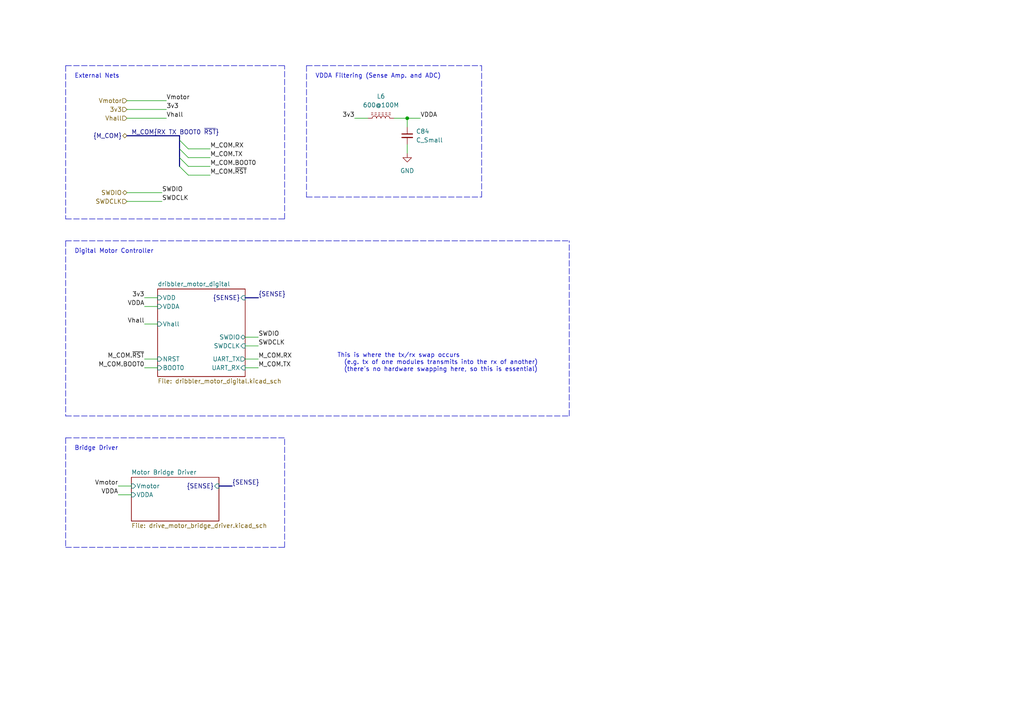
<source format=kicad_sch>
(kicad_sch (version 20211123) (generator eeschema)
  (paper "A4")
  (title_block (title "Motorboard") (date "2021-11-14") (rev "1.0.0") (company "The A-Team (RC SSL)") (comment 1 "Designed By: W. Stuckey & R. Osawa") (comment 2 "Reviewed By:"))
  (lib_symbols
    (symbol "Device:C_Small" (pin_numbers hide) (pin_names (offset 0.254) hide)
      (property "Reference" "C" (at 0.254 1.778 0))
      (property "Value" "C_Small" (at 0.254 -2.032 0))
      (symbol "C_Small_0_1"
        (polyline (pts (xy -1.524 -0.508) (xy 1.524 -0.508)) (stroke (width 0.3302)))
        (polyline (pts (xy -1.524 0.508) (xy 1.524 0.508)) (stroke (width 0.3048)))
      )
      (symbol "C_Small_1_1"
        (pin passive line (at 0 2.54 270) (length 2.032) (name "~") (number "1"))
        (pin passive line (at 0 -2.54 90) (length 2.032) (name "~") (number "2"))
      )
    )
    (symbol "Device:L_Ferrite" (pin_numbers hide) (pin_names (offset 1.016) hide)
      (property "Reference" "L" (at -1.27 0 90))
      (property "Value" "L_Ferrite" (at 2.794 0 90))
      (symbol "L_Ferrite_0_1"
        (arc (start 0 -2.54) (mid 0.635 -1.905) (end 0 -1.27))
        (arc (start 0 -1.27) (mid 0.635 -0.635) (end 0 0))
        (polyline (pts (xy 1.016 -2.794) (xy 1.016 -2.286)))
        (polyline (pts (xy 1.016 -1.778) (xy 1.016 -1.27)))
        (polyline (pts (xy 1.016 -0.762) (xy 1.016 -0.254)))
        (polyline (pts (xy 1.016 0.254) (xy 1.016 0.762)))
        (polyline (pts (xy 1.016 1.27) (xy 1.016 1.778)))
        (polyline (pts (xy 1.016 2.286) (xy 1.016 2.794)))
        (polyline (pts (xy 1.524 -2.286) (xy 1.524 -2.794)))
        (polyline (pts (xy 1.524 -1.27) (xy 1.524 -1.778)))
        (polyline (pts (xy 1.524 -0.254) (xy 1.524 -0.762)))
        (polyline (pts (xy 1.524 0.762) (xy 1.524 0.254)))
        (polyline (pts (xy 1.524 1.778) (xy 1.524 1.27)))
        (polyline (pts (xy 1.524 2.794) (xy 1.524 2.286)))
        (arc (start 0 0) (mid 0.635 0.635) (end 0 1.27))
        (arc (start 0 1.27) (mid 0.635 1.905) (end 0 2.54))
      )
      (symbol "L_Ferrite_1_1"
        (pin passive line (at 0 3.81 270) (length 1.27) (name "1") (number "1"))
        (pin passive line (at 0 -3.81 90) (length 1.27) (name "2") (number "2"))
      )
    )
    (symbol "power:GND" (power) (pin_names (offset 0))
      (property "Value" "GND" (at 0 -3.81 0))
      (symbol "GND_0_1"
        (polyline (pts (xy 0 0) (xy 0 -1.27) (xy 1.27 -1.27) (xy 0 -2.54) (xy -1.27 -1.27) (xy 0 -1.27)))
      )
      (symbol "GND_1_1"
        (pin power_in line (at 0 0 270) (length 0) hide (name "GND") (number "1"))
      )
    )
  )
  (bus_alias "M_COM" (members "M_COM.RX" "M_COM.TX" "M_COM.BOOT0" "M_COM.~{RST}"))
  (junction (at 118.11 34.29) (diameter 0.9144))
  (bus_entry (at 52.07 48.26) (size 2.54 2.54))
  (bus_entry (at 52.07 43.18) (size 2.54 2.54))
  (bus_entry (at 52.07 45.72) (size 2.54 2.54))
  (bus_entry (at 52.07 40.64) (size 2.54 2.54))
  (wire (pts (xy 41.91 86.36) (xy 45.72 86.36)))
  (wire (pts (xy 36.83 29.21) (xy 48.26 29.21)))
  (bus (pts (xy 52.07 43.18) (xy 52.07 45.72)))
  (wire (pts (xy 71.12 104.14) (xy 74.93 104.14)))
  (wire (pts (xy 71.12 97.79) (xy 74.93 97.79)))
  (wire (pts (xy 36.83 31.75) (xy 48.26 31.75)))
  (wire (pts (xy 34.29 143.51) (xy 38.1 143.51)))
  (bus (pts (xy 52.07 45.72) (xy 52.07 48.26)))
  (wire (pts (xy 34.29 140.97) (xy 38.1 140.97)))
  (wire (pts (xy 118.11 41.91) (xy 118.11 44.45)))
  (wire (pts (xy 41.91 93.98) (xy 45.72 93.98)))
  (wire (pts (xy 71.12 100.33) (xy 74.93 100.33)))
  (bus (pts (xy 63.5 140.97) (xy 67.31 140.97)))
  (wire (pts (xy 54.61 48.26) (xy 60.96 48.26)))
  (wire (pts (xy 36.83 55.88) (xy 46.99 55.88)))
  (wire (pts (xy 36.83 34.29) (xy 48.26 34.29)))
  (wire (pts (xy 54.61 43.18) (xy 60.96 43.18)))
  (wire (pts (xy 36.83 58.42) (xy 46.99 58.42)))
  (wire (pts (xy 114.3 34.29) (xy 118.11 34.29)))
  (polyline (pts (xy 88.9 19.05) (xy 88.9 57.15)) (stroke (width 0) (type dash)))
  (polyline (pts (xy 88.9 19.05) (xy 139.7 19.05)) (stroke (width 0) (type dash)))
  (polyline (pts (xy 88.9 57.15) (xy 139.7 57.15)) (stroke (width 0) (type dash)))
  (polyline (pts (xy 139.7 57.15) (xy 139.7 19.05)) (stroke (width 0) (type dash)))
  (wire (pts (xy 41.91 104.14) (xy 45.72 104.14)))
  (wire (pts (xy 102.87 34.29) (xy 106.68 34.29)))
  (wire (pts (xy 54.61 45.72) (xy 60.96 45.72)))
  (wire (pts (xy 71.12 106.68) (xy 74.93 106.68)))
  (wire (pts (xy 41.91 106.68) (xy 45.72 106.68)))
  (bus (pts (xy 36.83 39.37) (xy 52.07 39.37)))
  (bus (pts (xy 52.07 39.37) (xy 52.07 40.64)))
  (wire (pts (xy 41.91 88.9) (xy 45.72 88.9)))
  (wire (pts (xy 118.11 34.29) (xy 118.11 36.83)))
  (polyline (pts (xy 19.05 19.05) (xy 19.05 63.5)) (stroke (width 0) (type dash)))
  (polyline (pts (xy 19.05 19.05) (xy 82.55 19.05)) (stroke (width 0) (type dash)))
  (polyline (pts (xy 19.05 63.5) (xy 82.55 63.5)) (stroke (width 0) (type dash)))
  (polyline (pts (xy 82.55 63.5) (xy 82.55 19.05)) (stroke (width 0) (type dash)))
  (wire (pts (xy 118.11 34.29) (xy 121.92 34.29)))
  (bus (pts (xy 71.12 86.36) (xy 74.93 86.36)))
  (polyline (pts (xy 19.05 69.85) (xy 19.05 120.65)) (stroke (width 0) (type dash)))
  (polyline (pts (xy 19.05 69.85) (xy 165.1 69.85)) (stroke (width 0) (type dash)))
  (polyline (pts (xy 19.05 120.65) (xy 165.1 120.65)) (stroke (width 0) (type dash)))
  (polyline (pts (xy 165.1 120.65) (xy 165.1 69.85)) (stroke (width 0) (type dash)))
  (bus (pts (xy 52.07 40.64) (xy 52.07 43.18)))
  (wire (pts (xy 54.61 50.8) (xy 60.96 50.8)))
  (polyline (pts (xy 19.05 127) (xy 19.05 158.75)) (stroke (width 0) (type dash)))
  (polyline (pts (xy 19.05 127) (xy 82.55 127)) (stroke (width 0) (type dash)))
  (polyline (pts (xy 19.05 158.75) (xy 82.55 158.75)) (stroke (width 0) (type dash)))
  (polyline (pts (xy 82.55 158.75) (xy 82.55 127)) (stroke (width 0) (type dash)))
  (text "Digital Motor Controller" (at 21.59 73.66 0) (effects (font (size 1.27 1.27)) (justify left bottom)))
  (text "This is where the tx/rx swap occurs\n  (e.g. tx of one modules transmits into the rx of another)\n  (there's no hardware swapping here, so this is essential)" (at 97.79 107.95 0) (effects (font (size 1.27 1.27)) (justify left bottom)))
  (text "Bridge Driver" (at 21.59 130.81 0) (effects (font (size 1.27 1.27)) (justify left bottom)))
  (text "VDDA Filtering (Sense Amp. and ADC)" (at 91.44 22.86 0) (effects (font (size 1.27 1.27)) (justify left bottom)))
  (text "External Nets" (at 21.59 22.86 0) (effects (font (size 1.27 1.27)) (justify left bottom)))
  (label "M_COM.~{RST}" (at 60.96 50.8 0))
  (label "M_COM.RX" (at 74.93 104.14 0))
  (label "Vmotor" (at 34.29 140.97 180))
  (label "M_COM.RX" (at 60.96 43.18 0))
  (label "M_COM.TX" (at 74.93 106.68 0))
  (label "M_COM.TX" (at 60.96 45.72 0))
  (label "Vmotor" (at 48.26 29.21 0))
  (label "3v3" (at 102.87 34.29 180))
  (label "3v3" (at 48.26 31.75 0))
  (label "{SENSE}" (at 67.31 140.97 0))
  (label "Vhall" (at 41.91 93.98 180))
  (label "SWDIO" (at 74.93 97.79 0))
  (label "SWDCLK" (at 74.93 100.33 0))
  (label "VDDA" (at 34.29 143.51 180))
  (label "M_COM.BOOT0" (at 41.91 106.68 180))
  (label "{SENSE}" (at 74.93 86.36 0))
  (label "SWDIO" (at 46.99 55.88 0))
  (label "VDDA" (at 41.91 88.9 180))
  (label "3v3" (at 41.91 86.36 180))
  (label "SWDCLK" (at 46.99 58.42 0))
  (label "M_COM{RX TX BOOT0 ~{RST}}" (at 38.1 39.37 0))
  (label "Vhall" (at 48.26 34.29 0))
  (label "M_COM.~{RST}" (at 41.91 104.14 180))
  (label "M_COM.BOOT0" (at 60.96 48.26 0))
  (label "VDDA" (at 121.92 34.29 0))
  (hierarchical_label "Vhall" (shape input) (at 36.83 34.29 180))
  (hierarchical_label "Vmotor" (shape input) (at 36.83 29.21 180))
  (hierarchical_label "SWDCLK" (shape input) (at 36.83 58.42 180))
  (hierarchical_label "SWDIO" (shape bidirectional) (at 36.83 55.88 180))
  (hierarchical_label "{M_COM}" (shape bidirectional) (at 36.83 39.37 180))
  (hierarchical_label "3v3" (shape input) (at 36.83 31.75 180))
  (symbol (lib_id "power:GND") (at 118.11 44.45 0) (unit 1)
    (property "Reference" "#PWR0149" (effects hide))
    (property "Value" "GND" (at 118.11 49.53 0))
  )
  (symbol (lib_id "Device:C_Small") (at 118.11 39.37 0) (unit 1)
    (property "Reference" "C84" (at 120.65 38.0999 0) (effects (justify left)))
    (property "Value" "C_Small" (at 120.65 40.6399 0) (effects (justify left)))
  )
  (symbol (lib_id "Device:L_Ferrite") (at 110.49 34.29 90) (unit 1)
    (property "Reference" "L6" (at 110.49 27.94 90))
    (property "Value" "600@100M" (at 110.49 30.48 90))
    (property "Footprint" "Inductor_SMD:L_0603_1608Metric_Pad1.05x0.95mm_HandSolder" (effects hide))
    (property "Datasheet" "https://www.digikey.com/en/products/detail/tdk-corporation/MMZ1608B601CTAH0/600533" (effects hide))
  )
  (sheet (at 38.1 138.43) (size 25.4 12.7) (stroke (width 0.1524))
    (property "Sheet name" "Motor Bridge Driver" (at 38.1 137.7184 0) (effects (justify left bottom)))
    (property "Sheet file" "drive_motor_bridge_driver.kicad_sch" (at 38.1 151.7146 0) (effects (justify left top)))
    (pin "Vmotor" input (at 38.1 140.97 180))
    (pin "VDDA" input (at 38.1 143.51 180))
    (pin "{SENSE}" input (at 63.5 140.97 0))
  )
  (sheet (at 45.72 83.82) (size 25.4 25.4) (stroke (width 0.1524))
    (property "Sheet name" "dribbler_motor_digital" (at 45.72 83.1084 0) (effects (justify left bottom)))
    (property "Sheet file" "dribbler_motor_digital.kicad_sch" (at 45.72 109.8046 0) (effects (justify left top)))
    (pin "Vhall" input (at 45.72 93.98 180))
    (pin "{SENSE}" input (at 71.12 86.36 0))
    (pin "UART_RX" input (at 71.12 106.68 0))
    (pin "UART_TX" output (at 71.12 104.14 0))
    (pin "SWDCLK" input (at 71.12 100.33 0))
    (pin "SWDIO" bidirectional (at 71.12 97.79 0))
    (pin "VDDA" input (at 45.72 88.9 180))
    (pin "VDD" input (at 45.72 86.36 180))
    (pin "BOOT0" input (at 45.72 106.68 180))
    (pin "NRST" input (at 45.72 104.14 180))
  )
)
</source>
